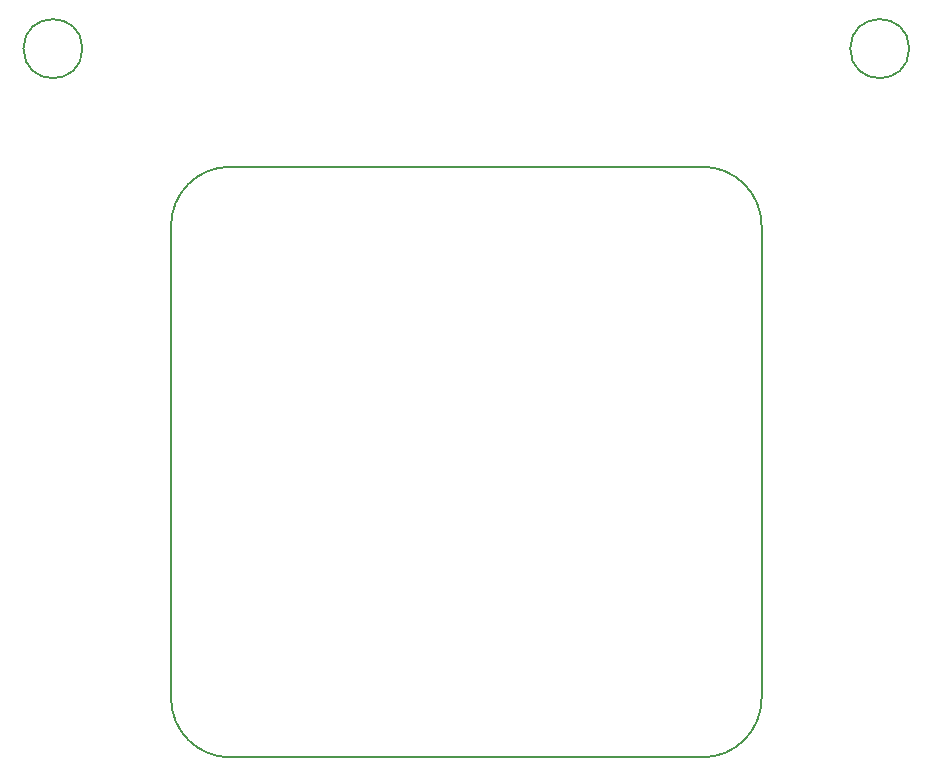
<source format=gbr>
%TF.GenerationSoftware,KiCad,Pcbnew,(5.0.2)-1*%
%TF.CreationDate,2019-02-09T16:55:47-05:00*%
%TF.ProjectId,photometric-leds,70686f74-6f6d-4657-9472-69632d6c6564,rev?*%
%TF.SameCoordinates,Original*%
%TF.FileFunction,Profile,NP*%
%FSLAX46Y46*%
G04 Gerber Fmt 4.6, Leading zero omitted, Abs format (unit mm)*
G04 Created by KiCad (PCBNEW (5.0.2)-1) date 2019-02-09 04:55:47 PM*
%MOMM*%
%LPD*%
G01*
G04 APERTURE LIST*
%ADD10C,0.200000*%
%ADD11C,0.150000*%
G04 APERTURE END LIST*
D10*
X177500000Y-55000000D02*
G75*
G03X177500000Y-55000000I-2500000J0D01*
G01*
X107500000Y-55000000D02*
G75*
G03X107500000Y-55000000I-2500000J0D01*
G01*
D11*
X165000000Y-110000000D02*
X165000000Y-70000000D01*
X120000000Y-115000000D02*
X160000000Y-115000000D01*
X115000000Y-70000000D02*
X115000000Y-110000000D01*
X160000000Y-65000000D02*
X120000000Y-65000000D01*
D10*
X115000000Y-70000000D02*
G75*
G02X120000000Y-65000000I5000000J0D01*
G01*
X120000000Y-115000000D02*
G75*
G02X115000000Y-110000000I0J5000000D01*
G01*
X165000000Y-110000000D02*
G75*
G02X160000000Y-115000000I-5000000J0D01*
G01*
X160000000Y-65000000D02*
G75*
G02X165000000Y-70000000I0J-5000000D01*
G01*
M02*

</source>
